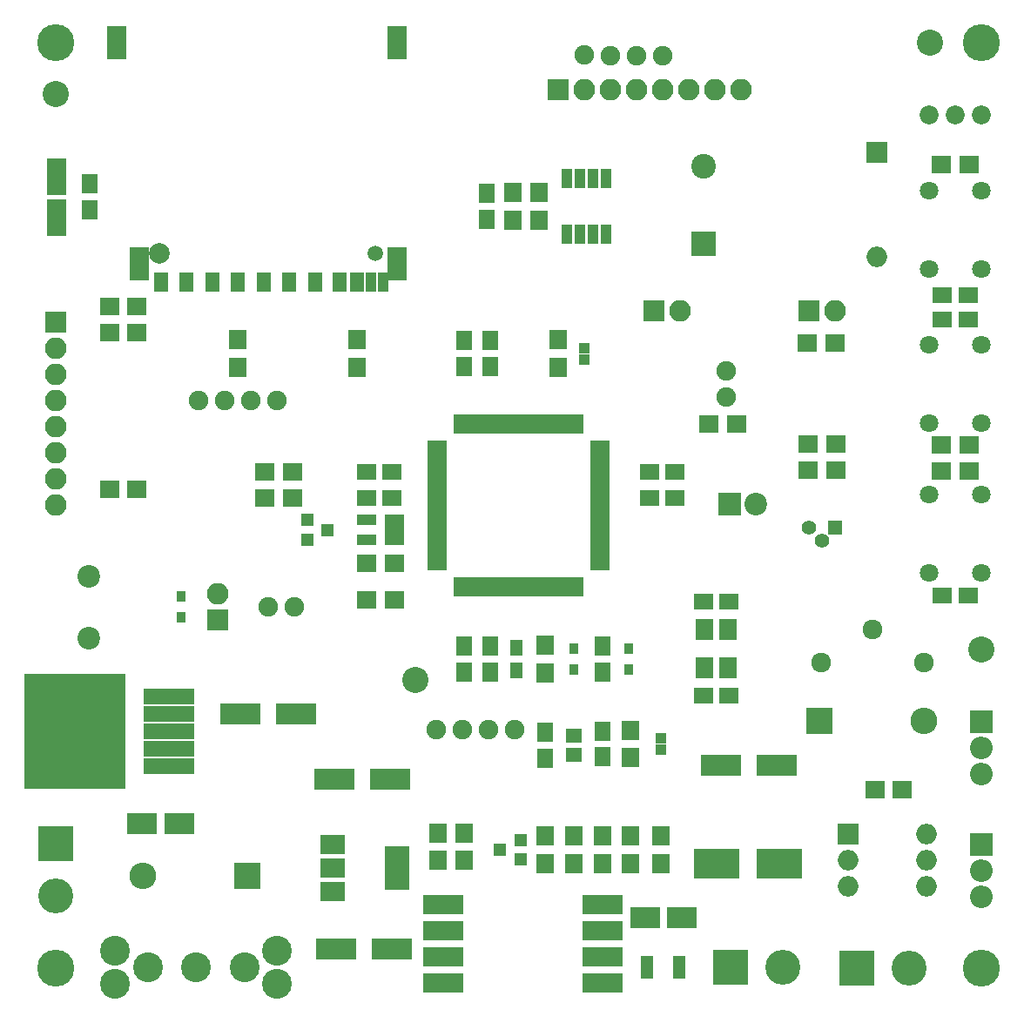
<source format=gbr>
G04 #@! TF.FileFunction,Soldermask,Top*
%FSLAX46Y46*%
G04 Gerber Fmt 4.6, Leading zero omitted, Abs format (unit mm)*
G04 Created by KiCad (PCBNEW 4.0.7-e2-6376~58~ubuntu16.04.1) date Tue Nov 20 17:15:41 2018*
%MOMM*%
%LPD*%
G01*
G04 APERTURE LIST*
%ADD10C,0.100000*%
%ADD11R,3.900000X1.900000*%
%ADD12C,2.540000*%
%ADD13R,1.700000X2.000000*%
%ADD14R,2.100000X2.100000*%
%ADD15O,2.100000X2.100000*%
%ADD16C,1.797000*%
%ADD17C,1.840000*%
%ADD18C,3.600000*%
%ADD19C,1.924000*%
%ADD20R,2.400000X2.400000*%
%ADD21C,2.400000*%
%ADD22R,1.900000X3.600000*%
%ADD23R,1.650000X1.900000*%
%ADD24R,3.000000X2.000000*%
%ADD25R,3.900000X2.000000*%
%ADD26R,4.400000X2.900000*%
%ADD27R,1.900000X1.650000*%
%ADD28R,2.600000X2.600000*%
%ADD29O,2.600000X2.600000*%
%ADD30R,0.850000X1.000000*%
%ADD31R,2.000000X2.000000*%
%ADD32O,2.000000X2.000000*%
%ADD33R,1.400000X1.900000*%
%ADD34R,1.100000X1.900000*%
%ADD35C,2.000000*%
%ADD36C,1.500000*%
%ADD37R,1.900000X3.200000*%
%ADD38R,3.400000X3.400000*%
%ADD39C,3.400000*%
%ADD40C,2.200000*%
%ADD41R,1.300000X1.600000*%
%ADD42C,1.400000*%
%ADD43R,1.400000X1.400000*%
%ADD44R,2.200000X2.200000*%
%ADD45O,2.200000X2.200000*%
%ADD46R,1.700000X1.900000*%
%ADD47R,1.900000X1.700000*%
%ADD48C,2.900000*%
%ADD49C,1.900000*%
%ADD50R,1.200000X0.700000*%
%ADD51R,1.960000X1.050000*%
%ADD52R,1.300000X1.200000*%
%ADD53R,5.000000X1.500000*%
%ADD54R,9.800000X11.200000*%
%ADD55R,2.400000X4.200000*%
%ADD56R,2.400000X1.900000*%
%ADD57R,1.000000X1.950000*%
%ADD58R,1.500000X1.450000*%
%ADD59R,0.680000X1.900000*%
%ADD60R,1.900000X0.680000*%
%ADD61R,1.100000X1.000000*%
G04 APERTURE END LIST*
D10*
D11*
X142670380Y-138853420D03*
X158140380Y-141393420D03*
X158140380Y-138853420D03*
X158140380Y-143933420D03*
X158140380Y-146473420D03*
X142670380Y-141393420D03*
X142670380Y-143933420D03*
X142670380Y-146473420D03*
D12*
X190000000Y-54999800D03*
X140000000Y-116999800D03*
X105000000Y-59999800D03*
D13*
X170364880Y-115831420D03*
X170364880Y-112031420D03*
X168064880Y-112031420D03*
X168064880Y-115831420D03*
D14*
X153840380Y-59583420D03*
D15*
X156380380Y-59583420D03*
X158920380Y-59583420D03*
X161460380Y-59583420D03*
X164000380Y-59583420D03*
X166540380Y-59583420D03*
X169080380Y-59583420D03*
X171620380Y-59583420D03*
D16*
X189919880Y-84379420D03*
X194999880Y-84379420D03*
X189919880Y-91999420D03*
X194999880Y-91999420D03*
D17*
X194999880Y-61999420D03*
X192459880Y-61999420D03*
X189919880Y-61999420D03*
D18*
X194999880Y-54999420D03*
X104992380Y-54999420D03*
D19*
X184388960Y-112067640D03*
X179388960Y-115267640D03*
X189388960Y-115267640D03*
D18*
X194992380Y-145007420D03*
D20*
X168000000Y-74599800D03*
D21*
X168000000Y-66999800D03*
D22*
X105079880Y-72021420D03*
X105079880Y-68021420D03*
D23*
X108254880Y-71239420D03*
X108254880Y-68739420D03*
D24*
X162270380Y-140093420D03*
X165870380Y-140093420D03*
D25*
X169682380Y-125242420D03*
X175082380Y-125242420D03*
D26*
X169268880Y-134818220D03*
X175368880Y-134818220D03*
D25*
X132090380Y-126639420D03*
X137490380Y-126639420D03*
D24*
X117010380Y-130957420D03*
X113410380Y-130957420D03*
D25*
X132250380Y-143149420D03*
X137650380Y-143149420D03*
X122946380Y-120289420D03*
X128346380Y-120289420D03*
D27*
X170464880Y-118503420D03*
X167964880Y-118503420D03*
X167964880Y-109359420D03*
X170464880Y-109359420D03*
D23*
X152577880Y-122079420D03*
X152577880Y-124579420D03*
X158165880Y-121952420D03*
X158165880Y-124452420D03*
X147243880Y-86487420D03*
X147243880Y-83987420D03*
D27*
X162723446Y-99272104D03*
X165223446Y-99272104D03*
X137698880Y-96722920D03*
X135198880Y-96722920D03*
D23*
X147243880Y-113697420D03*
X147243880Y-116197420D03*
X144703880Y-86487420D03*
X144703880Y-83987420D03*
D27*
X162717240Y-96722920D03*
X165217240Y-96722920D03*
X137698880Y-99262920D03*
X135198880Y-99262920D03*
D23*
X144703880Y-113697420D03*
X144703880Y-116197420D03*
X158165880Y-113697420D03*
X158165880Y-116197420D03*
X146875580Y-69653820D03*
X146875580Y-72153820D03*
D27*
X191205880Y-81927420D03*
X193705880Y-81927420D03*
X191205880Y-108724420D03*
X193705880Y-108724420D03*
X191205880Y-79514420D03*
X193705880Y-79514420D03*
D28*
X123614380Y-136037420D03*
D29*
X113454380Y-136037420D03*
D30*
X117170780Y-110916820D03*
X117170780Y-108816820D03*
X155371880Y-113897420D03*
X155371880Y-115997420D03*
X160705880Y-113897420D03*
X160705880Y-115997420D03*
D31*
X184836000Y-65671420D03*
D32*
X184836000Y-75831420D03*
D28*
X179240380Y-120987920D03*
D29*
X189400380Y-120987920D03*
D33*
X117696880Y-78303420D03*
X120196880Y-78303420D03*
X122696880Y-78303420D03*
X125196880Y-78303420D03*
X127696880Y-78303420D03*
X130196880Y-78303420D03*
X132626880Y-78303420D03*
X134326880Y-78303420D03*
X115196880Y-78303420D03*
D34*
X135626880Y-78303420D03*
X136826880Y-78303420D03*
D35*
X115071880Y-75503420D03*
D36*
X136071880Y-75503420D03*
D37*
X113121880Y-76503420D03*
X110921880Y-55003420D03*
X138221880Y-55003420D03*
X138221880Y-76503420D03*
D38*
X104992380Y-132927420D03*
D39*
X104992380Y-138007420D03*
D14*
X104999880Y-82219420D03*
D15*
X104999880Y-84759420D03*
X104999880Y-87299420D03*
X104999880Y-89839420D03*
X104999880Y-92379420D03*
X104999880Y-94919420D03*
X104999880Y-97459420D03*
X104999880Y-99999420D03*
D38*
X182912380Y-145007420D03*
D39*
X187992380Y-145007420D03*
D14*
X120700780Y-111137800D03*
D15*
X120700780Y-108597800D03*
D14*
X163152020Y-81066740D03*
D15*
X165692020Y-81066740D03*
D14*
X178188820Y-81066740D03*
D15*
X180728820Y-81066740D03*
D40*
X108170380Y-112893420D03*
X108170380Y-106893420D03*
D41*
X149783880Y-113847420D03*
X149783880Y-116047420D03*
D42*
X179463900Y-103393340D03*
X178193900Y-102123340D03*
D43*
X180733900Y-102123340D03*
D44*
X194992380Y-133007420D03*
D45*
X194992380Y-135547420D03*
X194992380Y-138087420D03*
D44*
X194992380Y-121007420D03*
D45*
X194992380Y-123547420D03*
X194992380Y-126087420D03*
D46*
X152577880Y-132139420D03*
X152577880Y-134839420D03*
D47*
X110206880Y-80657420D03*
X112906880Y-80657420D03*
D46*
X134327980Y-86587420D03*
X134327980Y-83887420D03*
D47*
X110206880Y-83197420D03*
X112906880Y-83197420D03*
D46*
X122725380Y-83887420D03*
X122725380Y-86587420D03*
X155371880Y-132139420D03*
X155371880Y-134839420D03*
X158165880Y-132139420D03*
X158165880Y-134839420D03*
X163809880Y-134847420D03*
X163809880Y-132147420D03*
X160896500Y-132139420D03*
X160896500Y-134839420D03*
D47*
X184621380Y-127655420D03*
X187321380Y-127655420D03*
X180821400Y-94038140D03*
X178121400Y-94038140D03*
X178111240Y-96583220D03*
X180811240Y-96583220D03*
X168499880Y-92087420D03*
X171199880Y-92087420D03*
X180788500Y-84213800D03*
X178088500Y-84213800D03*
X125319880Y-99262920D03*
X128019880Y-99262920D03*
X125319880Y-96722920D03*
X128019880Y-96722920D03*
X135213180Y-105623080D03*
X137913180Y-105623080D03*
X135213180Y-109159140D03*
X137913180Y-109159140D03*
D46*
X152577880Y-113597420D03*
X152577880Y-116297420D03*
D47*
X110206880Y-98437420D03*
X112906880Y-98437420D03*
D46*
X151999880Y-69553820D03*
X151999880Y-72253820D03*
X149415580Y-69553820D03*
X149415580Y-72253820D03*
X144703880Y-131840080D03*
X144703880Y-134540080D03*
X142158920Y-131840080D03*
X142158920Y-134540080D03*
D47*
X193805880Y-94119420D03*
X191105880Y-94119420D03*
X193805880Y-96659420D03*
X191105880Y-96659420D03*
X193805880Y-66814420D03*
X191105880Y-66814420D03*
D48*
X123360380Y-144927420D03*
X118661380Y-144927420D03*
X113962380Y-144927420D03*
X110787380Y-146514920D03*
X126535380Y-146514920D03*
X110787380Y-143339920D03*
X126535380Y-143339920D03*
D16*
X189919880Y-98942858D03*
X194999880Y-98942858D03*
X189919880Y-106562858D03*
X194999880Y-106562858D03*
X189919880Y-69379420D03*
X194999880Y-69379420D03*
X189919880Y-76999420D03*
X194999880Y-76999420D03*
D49*
X128194000Y-109893420D03*
X125654000Y-109893420D03*
X170218300Y-89483360D03*
X118915380Y-89809420D03*
X123995380Y-89809420D03*
X126535380Y-89809420D03*
X121455380Y-89809420D03*
X164000380Y-56230620D03*
X156380380Y-56223000D03*
X158920380Y-56230620D03*
X161460380Y-56230620D03*
X144569380Y-121813420D03*
X142029380Y-121813420D03*
X147109380Y-121813420D03*
X149649380Y-121813420D03*
D50*
X165620380Y-145643420D03*
X165620380Y-145143420D03*
X165620380Y-144643420D03*
X165620380Y-144143420D03*
X162520380Y-144143420D03*
X162520380Y-144643420D03*
X162520380Y-145143420D03*
X162520380Y-145643420D03*
D31*
X182034380Y-131973420D03*
D32*
X189654380Y-137053420D03*
X182034380Y-134513420D03*
X189654380Y-134513420D03*
X182034380Y-137053420D03*
X189654380Y-131973420D03*
D51*
X137913180Y-103316800D03*
X137913180Y-102366800D03*
X137913180Y-101416800D03*
X135213180Y-101416800D03*
X135213180Y-103316800D03*
D52*
X129429200Y-101424800D03*
X129429200Y-103324800D03*
X131429200Y-102374800D03*
D53*
X115994380Y-125369420D03*
X115994380Y-123669420D03*
X115994380Y-121969420D03*
X115994380Y-120269420D03*
X115994380Y-118569420D03*
D54*
X106844380Y-121969420D03*
D55*
X138194380Y-135275420D03*
D56*
X131894380Y-135275420D03*
X131894380Y-137575420D03*
X131894380Y-132975420D03*
D57*
X158508780Y-68203820D03*
X157238780Y-68203820D03*
X155968780Y-68203820D03*
X154698780Y-68203820D03*
X154698780Y-73603820D03*
X155968780Y-73603820D03*
X157238780Y-73603820D03*
X158508780Y-73603820D03*
D52*
X150183680Y-134414020D03*
X150183680Y-132514020D03*
X148183680Y-133464020D03*
D58*
X155371880Y-124254420D03*
X155371880Y-122404420D03*
D18*
X104992380Y-145007420D03*
D38*
X170590380Y-144893420D03*
D39*
X175670380Y-144893420D03*
D59*
X143999880Y-107899420D03*
X144499880Y-107899420D03*
X144999880Y-107899420D03*
X145499880Y-107899420D03*
X145999880Y-107899420D03*
X146499880Y-107899420D03*
X146999880Y-107899420D03*
X147499880Y-107899420D03*
X147999880Y-107899420D03*
X148499880Y-107899420D03*
X148999880Y-107899420D03*
X149499880Y-107899420D03*
X149999880Y-107899420D03*
X150499880Y-107899420D03*
X150999880Y-107899420D03*
X151499880Y-107899420D03*
X151999880Y-107899420D03*
X152499880Y-107899420D03*
X152999880Y-107899420D03*
X153499880Y-107899420D03*
X153999880Y-107899420D03*
X154499880Y-107899420D03*
X154999880Y-107899420D03*
X155499880Y-107899420D03*
X155999880Y-107899420D03*
D60*
X157899880Y-105999420D03*
X157899880Y-105499420D03*
X157899880Y-104999420D03*
X157899880Y-104499420D03*
X157899880Y-103999420D03*
X157899880Y-103499420D03*
X157899880Y-102999420D03*
X157899880Y-102499420D03*
X157899880Y-101999420D03*
X157899880Y-101499420D03*
X157899880Y-100999420D03*
X157899880Y-100499420D03*
X157899880Y-99999420D03*
X157899880Y-99499420D03*
X157899880Y-98999420D03*
X157899880Y-98499420D03*
X157899880Y-97999420D03*
X157899880Y-97499420D03*
X157899880Y-96999420D03*
X157899880Y-96499420D03*
X157899880Y-95999420D03*
X157899880Y-95499420D03*
X157899880Y-94999420D03*
X157899880Y-94499420D03*
X157899880Y-93999420D03*
D59*
X155999880Y-92099420D03*
X155499880Y-92099420D03*
X154999880Y-92099420D03*
X154499880Y-92099420D03*
X153999880Y-92099420D03*
X153499880Y-92099420D03*
X152999880Y-92099420D03*
X152499880Y-92099420D03*
X151999880Y-92099420D03*
X151499880Y-92099420D03*
X150999880Y-92099420D03*
X150499880Y-92099420D03*
X149999880Y-92099420D03*
X149499880Y-92099420D03*
X148999880Y-92099420D03*
X148499880Y-92099420D03*
X147999880Y-92099420D03*
X147499880Y-92099420D03*
X146999880Y-92099420D03*
X146499880Y-92099420D03*
X145999880Y-92099420D03*
X145499880Y-92099420D03*
X144999880Y-92099420D03*
X144499880Y-92099420D03*
X143999880Y-92099420D03*
D60*
X142099880Y-93999420D03*
X142099880Y-94499420D03*
X142099880Y-94999420D03*
X142099880Y-95499420D03*
X142099880Y-95999420D03*
X142099880Y-96499420D03*
X142099880Y-96999420D03*
X142099880Y-97499420D03*
X142099880Y-97999420D03*
X142099880Y-98499420D03*
X142099880Y-98999420D03*
X142099880Y-99499420D03*
X142099880Y-99999420D03*
X142099880Y-100499420D03*
X142099880Y-100999420D03*
X142099880Y-101499420D03*
X142099880Y-101999420D03*
X142099880Y-102499420D03*
X142099880Y-102999420D03*
X142099880Y-103499420D03*
X142099880Y-103999420D03*
X142099880Y-104499420D03*
X142099880Y-104999420D03*
X142099880Y-105499420D03*
X142099880Y-105999420D03*
D61*
X163807340Y-122652420D03*
X163807340Y-123752420D03*
X156388000Y-84687420D03*
X156388000Y-85787420D03*
D44*
X170484880Y-99834420D03*
D40*
X173024880Y-99834420D03*
D46*
X160896500Y-121852420D03*
X160896500Y-124552420D03*
X153848000Y-86579800D03*
X153848000Y-83879800D03*
D49*
X170218300Y-86943360D03*
D12*
X195000000Y-113999800D03*
M02*

</source>
